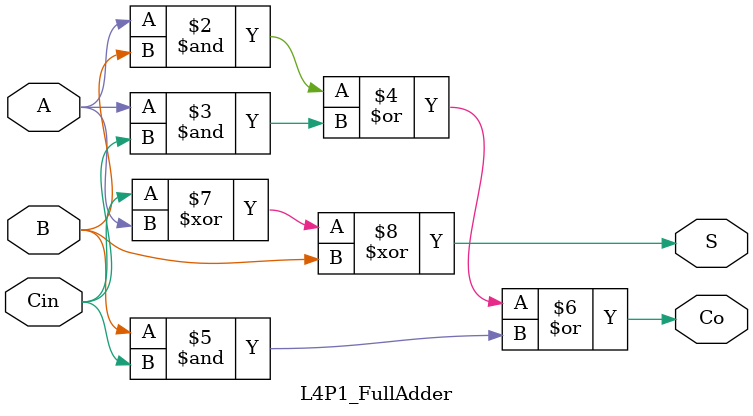
<source format=sv>
`timescale 1ns / 1ps


module L4P1_FullAdder(
    input logic A,
    input logic B,
    input logic Cin,
    output logic Co,
    output logic S
    );
    
    always_comb
    begin
        Co = (A & B) | (A & Cin) | (B & Cin);
        S = (Cin ^ A ^ B);
    end
    
endmodule

</source>
